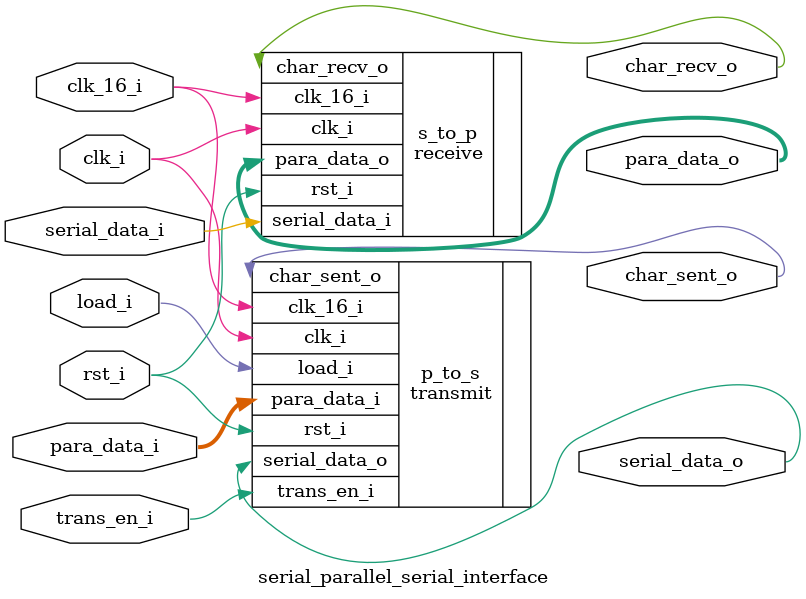
<source format=sv>

module serial_parallel_serial_interface
	(input	logic		clk_i
	,input	logic		clk_16_i
	,input	logic		rst_i
	,input	logic		trans_en_i
	,input	logic [7:0]	para_data_i
	,input	logic		load_i
	,input	logic		serial_data_i
	,output	logic		char_sent_o
	,output	logic [7:0] para_data_o
	,output logic		char_recv_o
	,output	logic		serial_data_o
	);
	
	transmit p_to_s
		(.clk_i(clk_i)
		,.clk_16_i(clk_16_i)
		,.rst_i(rst_i)
		,.trans_en_i(trans_en_i)
		,.para_data_i(para_data_i)
		,.load_i(load_i)
		,.char_sent_o(char_sent_o)
		,.serial_data_o(serial_data_o)
		);
		
		
	receive s_to_p
		(.clk_i(clk_i)
		,.clk_16_i(clk_16_i)
		,.rst_i(rst_i)
		,.serial_data_i(serial_data_i)
		,.char_recv_o(char_recv_o)
		,.para_data_o(para_data_o)
		);
	
endmodule
</source>
